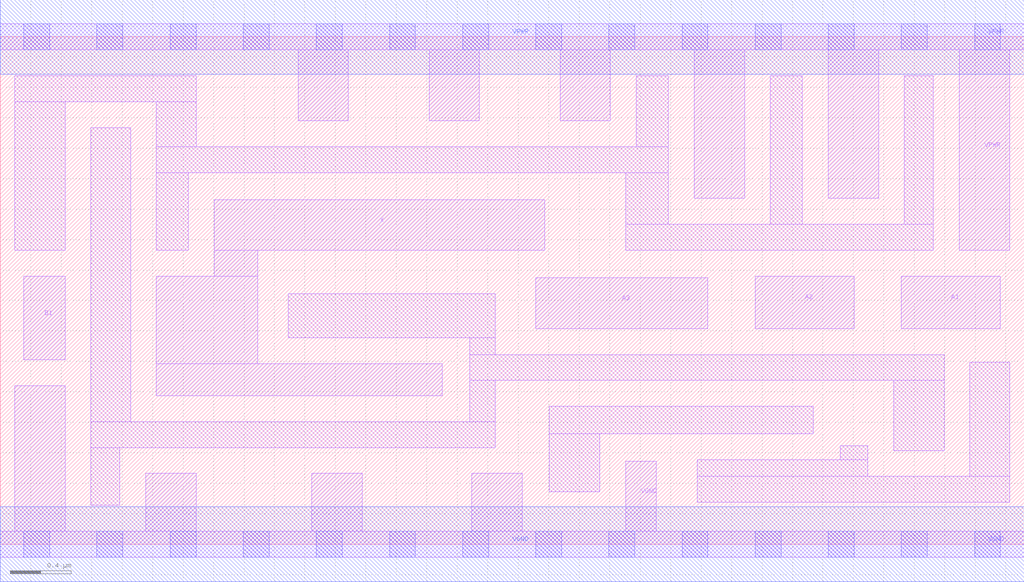
<source format=lef>
# Copyright 2020 The SkyWater PDK Authors
#
# Licensed under the Apache License, Version 2.0 (the "License");
# you may not use this file except in compliance with the License.
# You may obtain a copy of the License at
#
#     https://www.apache.org/licenses/LICENSE-2.0
#
# Unless required by applicable law or agreed to in writing, software
# distributed under the License is distributed on an "AS IS" BASIS,
# WITHOUT WARRANTIES OR CONDITIONS OF ANY KIND, either express or implied.
# See the License for the specific language governing permissions and
# limitations under the License.
#
# SPDX-License-Identifier: Apache-2.0

VERSION 5.7 ;
  NAMESCASESENSITIVE ON ;
  NOWIREEXTENSIONATPIN ON ;
  DIVIDERCHAR "/" ;
  BUSBITCHARS "[]" ;
UNITS
  DATABASE MICRONS 200 ;
END UNITS
MACRO sky130_fd_sc_lp__a31o_4
  CLASS CORE ;
  SOURCE USER ;
  FOREIGN sky130_fd_sc_lp__a31o_4 ;
  ORIGIN  0.000000  0.000000 ;
  SIZE  6.720000 BY  3.330000 ;
  SYMMETRY X Y R90 ;
  SITE unit ;
  PIN A1
    ANTENNAGATEAREA  0.630000 ;
    DIRECTION INPUT ;
    USE SIGNAL ;
    PORT
      LAYER li1 ;
        RECT 5.915000 1.415000 6.565000 1.760000 ;
    END
  END A1
  PIN A2
    ANTENNAGATEAREA  0.630000 ;
    DIRECTION INPUT ;
    USE SIGNAL ;
    PORT
      LAYER li1 ;
        RECT 4.955000 1.415000 5.605000 1.760000 ;
    END
  END A2
  PIN A3
    ANTENNAGATEAREA  0.630000 ;
    DIRECTION INPUT ;
    USE SIGNAL ;
    PORT
      LAYER li1 ;
        RECT 3.515000 1.415000 4.645000 1.750000 ;
    END
  END A3
  PIN B1
    ANTENNAGATEAREA  0.630000 ;
    DIRECTION INPUT ;
    USE SIGNAL ;
    PORT
      LAYER li1 ;
        RECT 0.155000 1.210000 0.425000 1.760000 ;
    END
  END B1
  PIN X
    ANTENNADIFFAREA  1.593200 ;
    DIRECTION OUTPUT ;
    USE SIGNAL ;
    PORT
      LAYER li1 ;
        RECT 1.025000 0.975000 2.900000 1.185000 ;
        RECT 1.025000 1.185000 1.690000 1.760000 ;
        RECT 1.405000 1.760000 1.690000 1.930000 ;
        RECT 1.405000 1.930000 3.575000 2.260000 ;
    END
  END X
  PIN VGND
    DIRECTION INOUT ;
    USE GROUND ;
    PORT
      LAYER li1 ;
        RECT 0.000000 -0.085000 6.720000 0.085000 ;
        RECT 0.095000  0.085000 0.425000 1.040000 ;
        RECT 0.955000  0.085000 1.285000 0.465000 ;
        RECT 2.045000  0.085000 2.375000 0.465000 ;
        RECT 3.095000  0.085000 3.425000 0.465000 ;
        RECT 4.105000  0.085000 4.305000 0.545000 ;
      LAYER mcon ;
        RECT 0.155000 -0.085000 0.325000 0.085000 ;
        RECT 0.635000 -0.085000 0.805000 0.085000 ;
        RECT 1.115000 -0.085000 1.285000 0.085000 ;
        RECT 1.595000 -0.085000 1.765000 0.085000 ;
        RECT 2.075000 -0.085000 2.245000 0.085000 ;
        RECT 2.555000 -0.085000 2.725000 0.085000 ;
        RECT 3.035000 -0.085000 3.205000 0.085000 ;
        RECT 3.515000 -0.085000 3.685000 0.085000 ;
        RECT 3.995000 -0.085000 4.165000 0.085000 ;
        RECT 4.475000 -0.085000 4.645000 0.085000 ;
        RECT 4.955000 -0.085000 5.125000 0.085000 ;
        RECT 5.435000 -0.085000 5.605000 0.085000 ;
        RECT 5.915000 -0.085000 6.085000 0.085000 ;
        RECT 6.395000 -0.085000 6.565000 0.085000 ;
      LAYER met1 ;
        RECT 0.000000 -0.245000 6.720000 0.245000 ;
    END
  END VGND
  PIN VPWR
    DIRECTION INOUT ;
    USE POWER ;
    PORT
      LAYER li1 ;
        RECT 0.000000 3.245000 6.720000 3.415000 ;
        RECT 1.955000 2.780000 2.285000 3.245000 ;
        RECT 2.815000 2.780000 3.145000 3.245000 ;
        RECT 3.675000 2.780000 4.005000 3.245000 ;
        RECT 4.555000 2.270000 4.885000 3.245000 ;
        RECT 5.435000 2.270000 5.765000 3.245000 ;
        RECT 6.295000 1.930000 6.625000 3.245000 ;
      LAYER mcon ;
        RECT 0.155000 3.245000 0.325000 3.415000 ;
        RECT 0.635000 3.245000 0.805000 3.415000 ;
        RECT 1.115000 3.245000 1.285000 3.415000 ;
        RECT 1.595000 3.245000 1.765000 3.415000 ;
        RECT 2.075000 3.245000 2.245000 3.415000 ;
        RECT 2.555000 3.245000 2.725000 3.415000 ;
        RECT 3.035000 3.245000 3.205000 3.415000 ;
        RECT 3.515000 3.245000 3.685000 3.415000 ;
        RECT 3.995000 3.245000 4.165000 3.415000 ;
        RECT 4.475000 3.245000 4.645000 3.415000 ;
        RECT 4.955000 3.245000 5.125000 3.415000 ;
        RECT 5.435000 3.245000 5.605000 3.415000 ;
        RECT 5.915000 3.245000 6.085000 3.415000 ;
        RECT 6.395000 3.245000 6.565000 3.415000 ;
      LAYER met1 ;
        RECT 0.000000 3.085000 6.720000 3.575000 ;
    END
  END VPWR
  OBS
    LAYER li1 ;
      RECT 0.095000 1.930000 0.425000 2.905000 ;
      RECT 0.095000 2.905000 1.285000 3.075000 ;
      RECT 0.595000 0.255000 0.785000 0.635000 ;
      RECT 0.595000 0.635000 3.250000 0.805000 ;
      RECT 0.595000 0.805000 0.855000 2.735000 ;
      RECT 1.025000 1.930000 1.235000 2.440000 ;
      RECT 1.025000 2.440000 4.385000 2.610000 ;
      RECT 1.025000 2.610000 1.285000 2.905000 ;
      RECT 1.890000 1.355000 3.250000 1.645000 ;
      RECT 3.080000 0.805000 3.250000 1.075000 ;
      RECT 3.080000 1.075000 6.195000 1.245000 ;
      RECT 3.080000 1.245000 3.250000 1.355000 ;
      RECT 3.605000 0.345000 3.935000 0.725000 ;
      RECT 3.605000 0.725000 5.335000 0.905000 ;
      RECT 4.105000 1.930000 6.125000 2.100000 ;
      RECT 4.105000 2.100000 4.385000 2.440000 ;
      RECT 4.175000 2.610000 4.385000 3.075000 ;
      RECT 4.575000 0.275000 6.625000 0.445000 ;
      RECT 4.575000 0.445000 5.695000 0.555000 ;
      RECT 5.055000 2.100000 5.265000 3.075000 ;
      RECT 5.515000 0.555000 5.695000 0.645000 ;
      RECT 5.865000 0.615000 6.195000 1.075000 ;
      RECT 5.935000 2.100000 6.125000 3.075000 ;
      RECT 6.365000 0.445000 6.625000 1.195000 ;
  END
END sky130_fd_sc_lp__a31o_4

</source>
